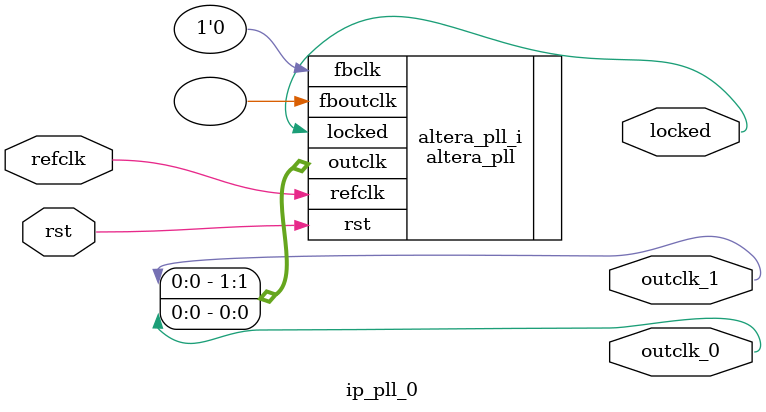
<source format=v>
`timescale 1ns/10ps
module  ip_pll_0(

	// interface 'refclk'
	input wire refclk,

	// interface 'reset'
	input wire rst,

	// interface 'outclk0'
	output wire outclk_0,

	// interface 'outclk1'
	output wire outclk_1,

	// interface 'locked'
	output wire locked
);

	altera_pll #(
		.fractional_vco_multiplier("false"),
		.reference_clock_frequency("50.0 MHz"),
		.operation_mode("direct"),
		.number_of_clocks(2),
		.output_clock_frequency0("12.288135 MHz"),
		.phase_shift0("0 ps"),
		.duty_cycle0(50),
		.output_clock_frequency1("2.589285 MHz"),
		.phase_shift1("0 ps"),
		.duty_cycle1(50),
		.output_clock_frequency2("0 MHz"),
		.phase_shift2("0 ps"),
		.duty_cycle2(50),
		.output_clock_frequency3("0 MHz"),
		.phase_shift3("0 ps"),
		.duty_cycle3(50),
		.output_clock_frequency4("0 MHz"),
		.phase_shift4("0 ps"),
		.duty_cycle4(50),
		.output_clock_frequency5("0 MHz"),
		.phase_shift5("0 ps"),
		.duty_cycle5(50),
		.output_clock_frequency6("0 MHz"),
		.phase_shift6("0 ps"),
		.duty_cycle6(50),
		.output_clock_frequency7("0 MHz"),
		.phase_shift7("0 ps"),
		.duty_cycle7(50),
		.output_clock_frequency8("0 MHz"),
		.phase_shift8("0 ps"),
		.duty_cycle8(50),
		.output_clock_frequency9("0 MHz"),
		.phase_shift9("0 ps"),
		.duty_cycle9(50),
		.output_clock_frequency10("0 MHz"),
		.phase_shift10("0 ps"),
		.duty_cycle10(50),
		.output_clock_frequency11("0 MHz"),
		.phase_shift11("0 ps"),
		.duty_cycle11(50),
		.output_clock_frequency12("0 MHz"),
		.phase_shift12("0 ps"),
		.duty_cycle12(50),
		.output_clock_frequency13("0 MHz"),
		.phase_shift13("0 ps"),
		.duty_cycle13(50),
		.output_clock_frequency14("0 MHz"),
		.phase_shift14("0 ps"),
		.duty_cycle14(50),
		.output_clock_frequency15("0 MHz"),
		.phase_shift15("0 ps"),
		.duty_cycle15(50),
		.output_clock_frequency16("0 MHz"),
		.phase_shift16("0 ps"),
		.duty_cycle16(50),
		.output_clock_frequency17("0 MHz"),
		.phase_shift17("0 ps"),
		.duty_cycle17(50),
		.pll_type("General"),
		.pll_subtype("General")
	) altera_pll_i (
		.rst	(rst),
		.outclk	({outclk_1, outclk_0}),
		.locked	(locked),
		.fboutclk	( ),
		.fbclk	(1'b0),
		.refclk	(refclk)
	);
endmodule


</source>
